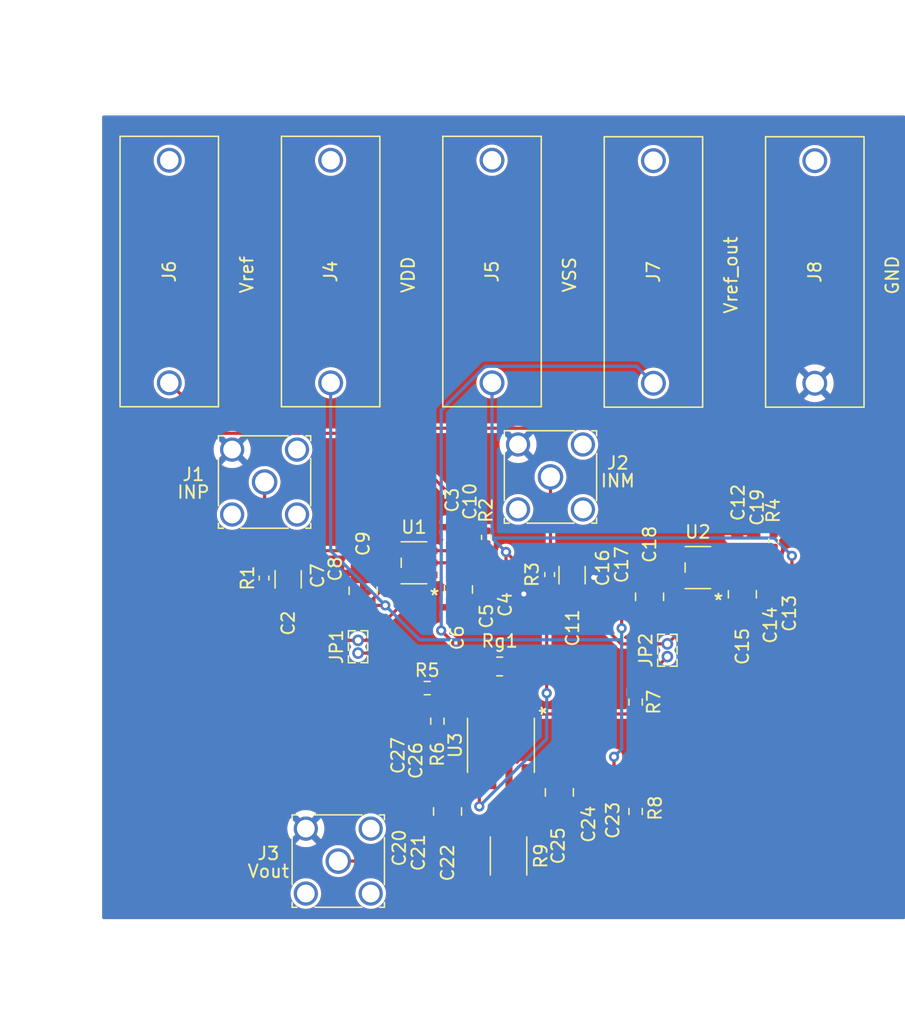
<source format=kicad_pcb>
(kicad_pcb (version 20211014) (generator pcbnew)
  (layers (0 "F.Cu" signal) (31 "B.Cu" signal) (34 "B.Paste" user) (35 "F.Paste" user) (36 "B.SilkS" user "B.Silkscreen") (37 "F.SilkS" user "F.Silkscreen") (38 "B.Mask" user) (39 "F.Mask" user) (44 "Edge.Cuts" user))
  (net 0 "")
  (net 1 "Net-(R8-Pad2)")
  (net 2 "Net-(J3-Pad1)")
  (net 3 "Net-(C2-Pad1)")
  (net 4 "GND")
  (net 8 "Net-(C11-Pad1)")
  (net 15 "Net-(C11-Pad2)")
  (net 16 "VSS")
  (net 17 "Net-(C12-Pad1)")
  (net 18 "VDD")
  (net 19 "Net-(C2-Pad2)")
  (net 20 "Net-(C10-Pad1)")
  (net 21 "Net-(C26-Pad1)")
  (net 22 "Net-(JP1-Pad2)")
  (net 23 "Net-(JP2-Pad2)")
  (net 24 "Net-(R7-Pad2)")
  (net 25 "Net-(Rg1-Pad1)")
  (net 26 "Net-(Rg1-Pad2)")
  (net 29 "Vref")
  (net 31 "Vref_out")
  (footprint "Resistor_SMD:R_0603_1608Metric" (layer "F.Cu") (at 65.5 61.1 -90)
    (fp_text reference "R7" (at 0 -1.43 90) (layer "F.SilkS"))
    (fp_text value "200Ω")
    (fp_line (start -0.237258 -0.5225) (end 0.237258 -0.5225) (layer "F.SilkS") (width 0.12))
    (fp_line (start -0.237258 0.5225) (end 0.237258 0.5225) (layer "F.SilkS") (width 0.12))
    (pad "1" smd roundrect (at -0.825 0 270) (size 0.8 0.95) (layers "F.Cu" "F.Paste" "F.Mask") (net 23 "Net-(JP2-Pad2)"))
    (pad "2" smd roundrect (at 0.825 0 270) (size 0.8 0.95) (layers "F.Cu" "F.Paste" "F.Mask") (net 24 "Net-(R7-Pad2)"))
  )
  (footprint "created_lib:06035C103JAT2A" (layer "F.Cu") (at 73.5 48.5255 90)
    (fp_text reference "C12" (at 3.112998 0.0638 90) (layer "F.SilkS"))
    (fp_text value "10nF" hide)
    (pad "1" smd rect (at -0.7973 0 90) (size 0.858 0.9652) (layers "F.Cu" "F.Paste" "F.Mask") (net 17 "Net-(C12-Pad1)"))
    (pad "2" smd rect (at 0.7973 0 90) (size 0.858 0.9652) (layers "F.Cu" "F.Paste" "F.Mask") (net 4 "GND"))
  )
  (footprint "created_lib:WSC251550R00FEA" (layer "F.Cu") (at 55.5 73.2 -90)
    (fp_text reference "R9" (at 0 -2.54 90) (layer "F.SilkS"))
    (fp_text value "50Ω" hide)
    (fp_line (start 1.495851 -1.4351) (end -1.495851 -1.4351) (layer "F.SilkS") (width 0.12))
    (fp_line (start -1.495851 1.4351) (end 1.495851 1.4351) (layer "F.SilkS") (width 0.12))
    (pad "1" smd rect (at -2.676901 0 270) (size 1.747 2.6162) (layers "F.Cu" "F.Paste" "F.Mask") (net 1 "Net-(R8-Pad2)"))
    (pad "2" smd rect (at 2.676901 0 270) (size 1.747 2.6162) (layers "F.Cu" "F.Paste" "F.Mask") (net 2 "Net-(J3-Pad1)"))
  )
  (footprint "created_lib:CL05C101JB5NNNC" (layer "F.Cu") (at 75.0638 48.512502 90)
    (fp_text reference "C19" (at 2.7255 0 90) (layer "F.SilkS"))
    (fp_text value "100pF" hide)
    (pad "1" smd rect (at -0.55 0 90) (size 0.6 0.5) (layers "F.Cu" "F.Paste" "F.Mask") (net 17 "Net-(C12-Pad1)"))
    (pad "2" smd rect (at 0.55 0 90) (size 0.6 0.5) (layers "F.Cu" "F.Paste" "F.Mask") (net 4 "GND"))
  )
  (footprint "created_lib:CL05C101JB5NNNC" (layer "F.Cu") (at 52.456925 48.1475 90)
    (fp_text reference "C10" (at 2.8255 0 90) (layer "F.SilkS"))
    (fp_text value "100pF" hide)
    (pad "1" smd rect (at -0.55 0 90) (size 0.6 0.5) (layers "F.Cu" "F.Paste" "F.Mask") (net 20 "Net-(C10-Pad1)"))
    (pad "2" smd rect (at 0.55 0 90) (size 0.6 0.5) (layers "F.Cu" "F.Paste" "F.Mask") (net 4 "GND"))
  )
  (footprint "created_lib:BC020-02-A-0200-0300-L-G" (layer "F.Cu") (at 68 56.5255 -90)
    (fp_text reference "JP2" (at 0.5 1.7 90) (layer "F.SilkS"))
    (fp_text value "VOUTM_TO_VINM" hide)
    (fp_line (start 1.208233 0.762) (end 1.7573 0.762) (layer "F.SilkS") (width 0.12))
    (fp_line (start 0.208235 0.762) (end 0.791765 0.762) (layer "F.SilkS") (width 0.12))
    (fp_line (start 0.791765 -0.762) (end 0.208235 -0.762) (layer "F.SilkS") (width 0.12))
    (fp_line (start 1.7573 0.762) (end 1.7573 0.224723) (layer "F.SilkS") (width 0.12))
    (fp_line (start -0.7573 0.224723) (end -0.7573 0.762) (layer "F.SilkS") (width 0.12))
    (fp_line (start -0.7573 -0.762) (end -0.7573 -0.224723) (layer "F.SilkS") (width 0.12))
    (fp_line (start 1.7573 -0.762) (end 1.208233 -0.762) (layer "F.SilkS") (width 0.12))
    (fp_line (start 1.7573 -0.224723) (end 1.7573 -0.762) (layer "F.SilkS") (width 0.12))
    (fp_line (start -0.208233 -0.762) (end -0.7573 -0.762) (layer "F.SilkS") (width 0.12))
    (fp_line (start -0.7573 0.762) (end -0.208233 0.762) (layer "F.SilkS") (width 0.12))
    (pad "1" thru_hole circle (at 0.000001 0 270) (size 0.9144 0.9144) (drill 0.508) (layers *.Cu *.Mask) (net 15 "Net-(C11-Pad2)"))
    (pad "2" thru_hole circle (at 0.999999 0 270) (size 0.9144 0.9144) (drill 0.508) (layers *.Cu *.Mask) (net 23 "Net-(JP2-Pad2)"))
  )
  (footprint "created_lib:BC020-02-A-0200-0300-L-G" (layer "F.Cu") (at 43.656925 56.247499 -90)
    (fp_text reference "JP1" (at 0.500001 1.7 90) (layer "F.SilkS"))
    (fp_text value "VOUTP_TO_VINP" hide)
    (fp_line (start -0.7573 -0.762) (end -0.7573 -0.224723) (layer "F.SilkS") (width 0.12))
    (fp_line (start 1.208233 0.762) (end 1.7573 0.762) (layer "F.SilkS") (width 0.12))
    (fp_line (start 1.7573 0.762) (end 1.7573 0.224723) (layer "F.SilkS") (width 0.12))
    (fp_line (start -0.7573 0.224723) (end -0.7573 0.762) (layer "F.SilkS") (width 0.12))
    (fp_line (start 0.791765 -0.762) (end 0.208235 -0.762) (layer "F.SilkS") (width 0.12))
    (fp_line (start 0.208235 0.762) (end 0.791765 0.762) (layer "F.SilkS") (width 0.12))
    (fp_line (start 1.7573 -0.224723) (end 1.7573 -0.762) (layer "F.SilkS") (width 0.12))
    (fp_line (start -0.7573 0.762) (end -0.208233 0.762) (layer "F.SilkS") (width 0.12))
    (fp_line (start -0.208233 -0.762) (end -0.7573 -0.762) (layer "F.SilkS") (width 0.12))
    (fp_line (start 1.7573 -0.762) (end 1.208233 -0.762) (layer "F.SilkS") (width 0.12))
    (pad "1" thru_hole circle (at 0.000001 0 270) (size 0.9144 0.9144) (drill 0.508) (layers *.Cu *.Mask) (net 19 "Net-(C2-Pad2)"))
    (pad "2" thru_hole circle (at 0.999999 0 270) (size 0.9144 0.9144) (drill 0.508) (layers *.Cu *.Mask) (net 22 "Net-(JP1-Pad2)"))
  )
  (footprint "created_lib:CC1206JRNPO9BN102" (layer "F.Cu") (at 60.5 51.1255 -90)
    (fp_text reference "C11" (at 4.148499 -0.035899 90) (layer "F.SilkS"))
    (fp_text value "1pF" hide)
    (fp_line (start 0.68305 -1.0287) (end -0.68305 -1.0287) (layer "F.SilkS") (width 0.12))
    (fp_line (start -0.68305 1.0287) (end 0.68305 1.0287) (layer "F.SilkS") (width 0.12))
    (pad "1" smd rect (at -1.5466 0 270) (size 1.112 1.8034) (layers "F.Cu" "F.Paste" "F.Mask") (net 8 "Net-(C11-Pad1)"))
    (pad "2" smd rect (at 1.5466 0 270) (size 1.112 1.8034) (layers "F.Cu" "F.Paste" "F.Mask") (net 15 "Net-(C11-Pad2)"))
  )
  (footprint "created_lib:CL05C101JB5NNNC" (layer "F.Cu") (at 63.7 67.399998 -90)
    (fp_text reference "C23" (at 3 0 90) (layer "F.SilkS"))
    (fp_text value "100pF" hide)
    (pad "1" smd rect (at -0.55 0 270) (size 0.6 0.5) (layers "F.Cu" "F.Paste" "F.Mask") (net 18 "VDD"))
    (pad "2" smd rect (at 0.55 0 270) (size 0.6 0.5) (layers "F.Cu" "F.Paste" "F.Mask") (net 4 "GND"))
  )
  (footprint "created_lib:C1206X106J4RACAUTO" (layer "F.Cu") (at 50.7 69.7 -90)
    (fp_text reference "C22" (at 4.04 0 90) (layer "F.SilkS"))
    (fp_text value "10uF" hide)
    (fp_line (start -0.292449 1.101998) (end 0.292449 1.101998) (layer "F.SilkS") (width 0.12))
    (fp_line (start 0.292449 -1.101998) (end -0.292449 -1.101998) (layer "F.SilkS") (width 0.12))
    (pad "1" smd rect (at -1.399998 0 270) (size 1.599998 1.949996) (layers "F.Cu" "F.Paste" "F.Mask") (net 16 "VSS"))
    (pad "2" smd rect (at 1.399998 0 270) (size 1.599998 1.949996) (layers "F.Cu" "F.Paste" "F.Mask") (net 4 "GND"))
  )
  (footprint "created_lib:06035C103JAT2A" (layer "F.Cu") (at 64.4 53.3 90)
    (fp_text reference "C17" (at 3 0 90) (layer "F.SilkS"))
    (fp_text value "10nF" hide)
    (pad "1" smd rect (at -0.7973 0 90) (size 0.858 0.9652) (layers "F.Cu" "F.Paste" "F.Mask") (net 18 "VDD"))
    (pad "2" smd rect (at 0.7973 0 90) (size 0.858 0.9652) (layers "F.Cu" "F.Paste" "F.Mask") (net 4 "GND"))
  )
  (footprint "Resistor_SMD:R_0402_1005Metric" (layer "F.Cu") (at 36.256925 51.3475 -90)
    (fp_text reference "R1" (at 0 1.3 90) (layer "F.SilkS"))
    (fp_text value "3kΩ")
    (fp_line (start -0.153641 0.38) (end 0.153641 0.38) (layer "F.SilkS") (width 0.12))
    (fp_line (start -0.153641 -0.38) (end 0.153641 -0.38) (layer "F.SilkS") (width 0.12))
    (pad "1" smd roundrect (at -0.51 0 270) (size 0.54 0.64) (layers "F.Cu" "F.Paste" "F.Mask") (net 3 "Net-(C2-Pad1)"))
    (pad "2" smd roundrect (at 0.51 0 270) (size 0.54 0.64) (layers "F.Cu" "F.Paste" "F.Mask") (net 19 "Net-(C2-Pad2)"))
  )
  (footprint "created_lib:C1206X106J4RACAUTO" (layer "F.Cu") (at 59.5 68.199998 -90)
    (fp_text reference "C25" (at 4.2 0.1 90) (layer "F.SilkS"))
    (fp_text value "10uF" hide)
    (fp_line (start 0.292449 -1.101998) (end -0.292449 -1.101998) (layer "F.SilkS") (width 0.12))
    (fp_line (start -0.292449 1.101998) (end 0.292449 1.101998) (layer "F.SilkS") (width 0.12))
    (pad "1" smd rect (at -1.399998 0 270) (size 1.599998 1.949996) (layers "F.Cu" "F.Paste" "F.Mask") (net 18 "VDD"))
    (pad "2" smd rect (at 1.399998 0 270) (size 1.599998 1.949996) (layers "F.Cu" "F.Paste" "F.Mask") (net 4 "GND"))
  )
  (footprint "Resistor_SMD:R_0402_1005Metric" (layer "F.Cu") (at 53.756925 48.1475 -90)
    (fp_text reference "R2" (at -2.1255 0.0362 90) (layer "F.SilkS"))
    (fp_text value "3kΩ")
    (fp_line (start -0.153641 -0.38) (end 0.153641 -0.38) (layer "F.SilkS") (width 0.12))
    (fp_line (start -0.153641 0.38) (end 0.153641 0.38) (layer "F.SilkS") (width 0.12))
    (pad "1" smd roundrect (at -0.51 0 270) (size 0.54 0.64) (layers "F.Cu" "F.Paste" "F.Mask") (net 29 "Vref"))
    (pad "2" smd roundrect (at 0.51 0 270) (size 0.54 0.64) (layers "F.Cu" "F.Paste" "F.Mask") (net 20 "Net-(C10-Pad1)"))
  )
  (footprint "Resistor_SMD:R_0603_1608Metric" (layer "F.Cu") (at 49.9 62.6 90)
    (fp_text reference "R6" (at -2.6 0 90) (layer "F.SilkS"))
    (fp_text value "402Ω")
    (fp_line (start -0.237258 0.5225) (end 0.237258 0.5225) (layer "F.SilkS") (width 0.12))
    (fp_line (start -0.237258 -0.5225) (end 0.237258 -0.5225) (layer "F.SilkS") (width 0.12))
    (pad "1" smd roundrect (at -0.825 0 90) (size 0.8 0.95) (layers "F.Cu" "F.Paste" "F.Mask") (net 31 "Vref_out"))
    (pad "2" smd roundrect (at 0.825 0 90) (size 0.8 0.95) (layers "F.Cu" "F.Paste" "F.Mask") (net 21 "Net-(C26-Pad1)"))
  )
  (footprint "created_lib:CL05C101JB5NNNC" (layer "F.Cu") (at 55.256925 51.1475 -90)
    (fp_text reference "C4" (at 2.280301 0.020301 90) (layer "F.SilkS"))
    (fp_text value "100pF" hide)
    (pad "1" smd rect (at -0.55 0 270) (size 0.6 0.5) (layers "F.Cu" "F.Paste" "F.Mask") (net 16 "VSS"))
    (pad "2" smd rect (at 0.55 0 270) (size 0.6 0.5) (layers "F.Cu" "F.Paste" "F.Mask") (net 4 "GND"))
  )
  (footprint "Resistor_SMD:R_0402_1005Metric" (layer "F.Cu") (at 58.735899 51.073999 -90)
    (fp_text reference "R3" (at 0 1.384101 90) (layer "F.SilkS"))
    (fp_text value "3kΩ")
    (fp_line (start -0.153641 0.38) (end 0.153641 0.38) (layer "F.SilkS") (width 0.12))
    (fp_line (start -0.153641 -0.38) (end 0.153641 -0.38) (layer "F.SilkS") (width 0.12))
    (pad "1" smd roundrect (at -0.51 0 270) (size 0.54 0.64) (layers "F.Cu" "F.Paste" "F.Mask") (net 8 "Net-(C11-Pad1)"))
    (pad "2" smd roundrect (at 0.51 0 270) (size 0.54 0.64) (layers "F.Cu" "F.Paste" "F.Mask") (net 15 "Net-(C11-Pad2)"))
  )
  (footprint "created_lib:CL05C101JB5NNNC" (layer "F.Cu") (at 46.9 69.74 -90)
    (fp_text reference "C20" (at 2.8255 0 90) (layer "F.SilkS"))
    (fp_text value "100pF" hide)
    (pad "1" smd rect (at -0.55 0 270) (size 0.6 0.5) (layers "F.Cu" "F.Paste" "F.Mask") (net 16 "VSS"))
    (pad "2" smd rect (at 0.55 0 270) (size 0.6 0.5) (layers "F.Cu" "F.Paste" "F.Mask") (net 4 "GND"))
  )
  (footprint "Resistor_SMD:R_0805_2012Metric_Pad1.20x1.40mm_HandSolder" (layer "F.Cu") (at 54.8 58.3 180)
    (fp_text reference "Rg1" (at 0 2) (layer "F.SilkS"))
    (fp_text value "Inf")
    (fp_line (start -0.227064 0.735) (end 0.227064 0.735) (layer "F.SilkS") (width 0.12))
    (fp_line (start -0.227064 -0.735) (end 0.227064 -0.735) (layer "F.SilkS") (width 0.12))
    (pad "1" smd roundrect (at -1 0 180) (size 1.2 1.4) (layers "F.Cu" "F.Paste" "F.Mask") (roundrect_rratio 0.208333) (net 25 "Net-(Rg1-Pad1)"))
    (pad "2" smd roundrect (at 1 0 180) (size 1.2 1.4) (layers "F.Cu" "F.Paste" "F.Mask") (roundrect_rratio 0.208333) (net 26 "Net-(Rg1-Pad2)"))
  )
  (footprint "created_lib:973582101" (layer "F.Cu") (at 41.5 18.5)
    (fp_text reference "J4" (at 0 8.75 90) (layer "F.SilkS"))
    (fp_text value "VDD" (at 6.1 9 90) (layer "F.SilkS"))
    (fp_line (start 3.8735 19.3799) (end 3.8735 -1.8799) (layer "F.SilkS") (width 0.12))
    (fp_line (start -3.8735 -1.8799) (end -3.8735 19.3799) (layer "F.SilkS") (width 0.12))
    (fp_line (start -3.8735 19.3799) (end 3.8735 19.3799) (layer "F.SilkS") (width 0.12))
    (fp_line (start 3.8735 -1.8799) (end -3.8735 -1.8799) (layer "F.SilkS") (width 0.12))
    (pad "1" thru_hole circle (at 0 17.5) (size 1.9558 1.9558) (drill 1.4478) (layers *.Cu *.Mask) (net 18 "VDD"))
    (pad "2" thru_hole circle (at 0 0) (size 1.9558 1.9558) (drill 1.4478) (layers *.Cu *.Mask))
  )
  (footprint "created_lib:06035C103JAT2A" (layer "F.Cu") (at 61.8 67.599998 -90)
    (fp_text reference "C24" (at 3.1 0 90) (layer "F.SilkS"))
    (fp_text value "10nF" hide)
    (pad "1" smd rect (at -0.7973 0 270) (size 0.858 0.9652) (layers "F.Cu" "F.Paste" "F.Mask") (net 18 "VDD"))
    (pad "2" smd rect (at 0.7973 0 270) (size 0.858 0.9652) (layers "F.Cu" "F.Paste" "F.Mask") (net 4 "GND"))
  )
  (footprint "created_lib:06035C103JAT2A" (layer "F.Cu") (at 48.4 69.7 -90)
    (fp_text reference "C21" (at 3.24 0 90) (layer "F.SilkS"))
    (fp_text value "10nF" hide)
    (pad "1" smd rect (at -0.7973 0 270) (size 0.858 0.9652) (layers "F.Cu" "F.Paste" "F.Mask") (net 16 "VSS"))
    (pad "2" smd rect (at 0.7973 0 270) (size 0.858 0.9652) (layers "F.Cu" "F.Paste" "F.Mask") (net 4 "GND"))
  )
  (footprint "created_lib:CL05C101JB5NNNC" (layer "F.Cu") (at 77.6 51.4255 -90)
    (fp_text reference "C13" (at 2.7 0 90) (layer "F.SilkS"))
    (fp_text value "100pF" hide)
    (pad "1" smd rect (at -0.55 0 270) (size 0.6 0.5) (layers "F.Cu" "F.Paste" "F.Mask") (net 16 "VSS"))
    (pad "2" smd rect (at 0.55 0 270) (size 0.6 0.5) (layers "F.Cu" "F.Paste" "F.Mask") (net 4 "GND"))
  )
  (footprint "created_lib:RF2-04A-T-00-50-G" (layer "F.Cu") (at 36.3 43.8)
    (fp_text reference "J1" (at -5.6 -0.6) (layer "F.SilkS"))
    (fp_text value "INP" (at -5.6 0.8) (layer "F.SilkS"))
    (fp_text user "*" (at 0 0) (layer "F.SilkS"))
    (fp_line (start -3.6322 3.6322) (end -3.250211 3.6322) (layer "F.SilkS") (width 0.12))
    (fp_line (start 3.6322 -3.250211) (end 3.6322 -3.6322) (layer "F.SilkS") (width 0.12))
    (fp_line (start 1.855189 -3.6322) (end -1.855189 -3.6322) (layer "F.SilkS") (width 0.12))
    (fp_line (start -3.6322 3.250211) (end -3.6322 3.6322) (layer "F.SilkS") (width 0.12))
    (fp_line (start 3.6322 1.855189) (end 3.6322 -1.855189) (layer "F.SilkS") (width 0.12))
    (fp_line (start -1.855189 3.6322) (end 1.855189 3.6322) (layer "F.SilkS") (width 0.12))
    (fp_line (start -3.6322 -3.6322) (end -3.6322 -3.250211) (layer "F.SilkS") (width 0.12))
    (fp_line (start 3.250211 3.6322) (end 3.6322 3.6322) (layer "F.SilkS") (width 0.12))
    (fp_line (start 3.6322 -3.6322) (end 3.250211 -3.6322) (layer "F.SilkS") (width 0.12))
    (fp_line (start 3.6322 3.6322) (end 3.6322 3.250211) (layer "F.SilkS") (width 0.12))
    (fp_line (start -3.250211 -3.6322) (end -3.6322 -3.6322) (layer "F.SilkS") (width 0.12))
    (fp_line (start -3.6322 -1.855189) (end -3.6322 1.855189) (layer "F.SilkS") (width 0.12))
    (pad "1" thru_hole circle (at 0 0) (size 2.0066 2.0066) (drill 1.4986) (layers *.Cu *.Mask) (net 3 "Net-(C2-Pad1)"))
    (pad "2" thru_hole circle (at -2.5527 -2.5527) (size 1.905 1.905) (drill 1.397) (layers *.Cu *.Mask) (net 4 "GND"))
    (pad "3" thru_hole circle (at -2.5527 2.5527) (size 1.905 1.905) (drill 1.397) (layers *.Cu *.Mask))
    (pad "4" thru_hole circle (at 2.5527 2.5527) (size 1.905 1.905) (drill 1.397) (layers *.Cu *.Mask))
    (pad "5" thru_hole circle (at 2.5527 -2.5527) (size 1.905 1.905) (drill 1.397) (layers *.Cu *.Mask))
  )
  (footprint "created_lib:CL05C101JB5NNNC" (layer "F.Cu") (at 40.456925 53.5475 90)
    (fp_text reference "C7" (at 2.38007 0.010536 90) (layer "F.SilkS"))
    (fp_text value "100pF" hide)
    (pad "1" smd rect (at -0.55 0 90) (size 0.6 0.5) (layers "F.Cu" "F.Paste" "F.Mask") (net 18 "VDD"))
    (pad "2" smd rect (at 0.55 0 90) (size 0.6 0.5) (layers "F.Cu" "F.Paste" "F.Mask") (net 4 "GND"))
  )
  (footprint "created_lib:CL05C101JB5NNNC" (layer "F.Cu") (at 62.9 53.2 90)
    (fp_text reference "C16" (at 2.65 0 90) (layer "F.SilkS"))
    (fp_text value "100pF" hide)
    (pad "1" smd rect (at -0.55 0 90) (size 0.6 0.5) (layers "F.Cu" "F.Paste" "F.Mask") (net 18 "VDD"))
    (pad "2" smd rect (at 0.55 0 90) (size 0.6 0.5) (layers "F.Cu" "F.Paste" "F.Mask") (net 4 "GND"))
  )
  (footprint "created_lib:06035C103JAT2A" (layer "F.Cu") (at 51.056925 48.1475 90)
    (fp_text reference "C3" (at 2.9255 0 90) (layer "F.SilkS"))
    (fp_text value "10nF" hide)
    (pad "1" smd rect (at -0.7973 0 90) (size 0.858 0.9652) (layers "F.Cu" "F.Paste" "F.Mask") (net 20 "Net-(C10-Pad1)"))
    (pad "2" smd rect (at 0.7973 0 90) (size 0.858 0.9652) (layers "F.Cu" "F.Paste" "F.Mask") (net 4 "GND"))
  )
  (footprint "created_lib:06035C103JAT2A" (layer "F.Cu") (at 76.1 51.7255 -90)
    (fp_text reference "C14" (at 3.3255 0 90) (layer "F.SilkS"))
    (fp_text value "10nF" hide)
    (pad "1" smd rect (at -0.7973 0 270) (size 0.858 0.9652) (layers "F.Cu" "F.Paste" "F.Mask") (net 16 "VSS"))
    (pad "2" smd rect (at 0.7973 0 270) (size 0.858 0.9652) (layers "F.Cu" "F.Paste" "F.Mask") (net 4 "GND"))
  )
  (footprint "created_lib:973582101" (layer "F.Cu") (at 79.602 18.533)
    (fp_text reference "J8" (at 0 8.75 90) (layer "F.SilkS"))
    (fp_text value "GND" (at 6.1 9 90) (layer "F.SilkS"))
    (fp_line (start -3.8735 -1.8799) (end -3.8735 19.3799) (layer "F.SilkS") (width 0.12))
    (fp_line (start -3.8735 19.3799) (end 3.8735 19.3799) (layer "F.SilkS") (width 0.12))
    (fp_line (start 3.8735 -1.8799) (end -3.8735 -1.8799) (layer "F.SilkS") (width 0.12))
    (fp_line (start 3.8735 19.3799) (end 3.8735 -1.8799) (layer "F.SilkS") (width 0.12))
    (pad "1" thru_hole circle (at 0 17.5) (size 1.9558 1.9558) (drill 1.4478) (layers *.Cu *.Mask) (net 4 "GND"))
    (pad "2" thru_hole circle (at 0 0) (size 1.9558 1.9558) (drill 1.4478) (layers *.Cu *.Mask))
  )
  (footprint "created_lib:C1206X106J4RACAUTO" (layer "F.Cu") (at 73.9 52.6255 -90)
    (fp_text reference "C15" (at 4.1 0 90) (layer "F.SilkS"))
    (fp_text value "10uF" hide)
    (fp_line (start 0.292449 -1.101998) (end -0.292449 -1.101998) (layer "F.SilkS") (width 0.12))
    (fp_line (start -0.292449 1.101998) (end 0.292449 1.101998) (layer "F.SilkS") (width 0.12))
    (pad "1" smd rect (at -1.399998 0 270) (size 1.599998 1.949996) (layers "F.Cu" "F.Paste" "F.Mask") (net 16 "VSS"))
    (pad "2" smd rect (at 1.399998 0 270) (size 1.599998 1.949996) (layers "F.Cu" "F.Paste" "F.Mask") (net 4 "GND"))
  )
  (footprint "Resistor_SMD:R_0603_1608Metric" (layer "F.Cu") (at 49.1 60)
    (fp_text reference "R5" (at 0 -1.4) (layer "F.SilkS"))
    (fp_text value "200Ω")
    (fp_line (start -0.237258 0.5225) (end 0.237258 0.5225) (layer "F.SilkS") (width 0.12))
    (fp_line (start -0.237258 -0.5225) (end 0.237258 -0.5225) (layer "F.SilkS") (width 0.12))
    (pad "1" smd roundrect (at -0.825 0) (size 0.8 0.95) (layers "F.Cu" "F.Paste" "F.Mask") (net 22 "Net-(JP1-Pad2)"))
    (pad "2" smd roundrect (at 0.825 0) (size 0.8 0.95) (layers "F.Cu" "F.Paste" "F.Mask") (net 21 "Net-(C26-Pad1)"))
  )
  (footprint "Resistor_SMD:R_0603_1608Metric" (layer "F.Cu") (at 65.5 69.7 -90)
    (fp_text reference "R8" (at -0.26 -1.54 90) (layer "F.SilkS"))
    (fp_text value "402Ω")
    (fp_line (start -0.237258 -0.5225) (end 0.237258 -0.5225) (layer "F.SilkS") (width 0.12))
    (fp_line (start -0.237258 0.5225) (end 0.237258 0.5225) (layer "F.SilkS") (width 0.12))
    (pad "1" smd roundrect (at -0.825 0 270) (size 0.8 0.95) (layers "F.Cu" "F.Paste" "F.Mask") (net 24 "Net-(R7-Pad2)"))
    (pad "2" smd roundrect (at 0.825 0 270) (size 0.8 0.95) (layers "F.Cu" "F.Paste" "F.Mask") (net 1 "Net-(R8-Pad2)"))
  )
  (footprint "Resistor_SMD:R_0402_1005Metric" (layer "F.Cu") (at 76.3638 48.412502 -90)
    (fp_text reference "R4" (at -2.365 0.0362 90) (layer "F.SilkS"))
    (fp_text value "3kΩ")
    (fp_line (start -0.153641 -0.38) (end 0.153641 -0.38) (layer "F.SilkS") (width 0.12))
    (fp_line (start -0.153641 0.38) (end 0.153641 0.38) (layer "F.SilkS") (width 0.12))
    (pad "1" smd roundrect (at -0.51 0 270) (size 0.54 0.64) (layers "F.Cu" "F.Paste" "F.Mask") (net 29 "Vref"))
    (pad "2" smd roundrect (at 0.51 0 270) (size 0.54 0.64) (layers "F.Cu" "F.Paste" "F.Mask") (net 17 "Net-(C12-Pad1)"))
  )
  (footprint "created_lib:CL05C101JB5NNNC" (layer "F.Cu") (at 46.8 62.6 -90)
    (fp_text reference "C27" (at 2.7 0 90) (layer "F.SilkS"))
    (fp_text value "100pF" hide)
    (pad "1" smd rect (at -0.55 0 270) (size 0.6 0.5) (layers "F.Cu" "F.Paste" "F.Mask") (net 21 "Net-(C26-Pad1)"))
    (pad "2" smd rect (at 0.55 0 270) (size 0.6 0.5) (layers "F.Cu" "F.Paste" "F.Mask") (net 4 "GND"))
  )
  (footprint "created_lib:C1206X106J4RACAUTO" (layer "F.Cu") (at 44.056925 52.347502 90)
    (fp_text reference "C9" (at 3.700002 -0.009464 90) (layer "F.SilkS"))
    (fp_text value "10uF" hide)
    (fp_line (start 0.292449 -1.101998) (end -0.292449 -1.101998) (layer "F.SilkS") (width 0.12))
    (fp_line (start -0.292449 1.101998) (end 0.292449 1.101998) (layer "F.SilkS") (width 0.12))
    (pad "1" smd rect (at -1.399998 0 90) (size 1.599998 1.949996) (layers "F.Cu" "F.Paste" "F.Mask") (net 18 "VDD"))
    (pad "2" smd rect (at 1.399998 0 90) (size 1.599998 1.949996) (layers "F.Cu" "F.Paste" "F.Mask") (net 4 "GND"))
  )
  (footprint "created_lib:CC1206JRNPO9BN102" (layer "F.Cu") (at 38.156925 51.4475 -90)
    (fp_text reference "C2" (at 3.4466 0 90) (layer "F.SilkS"))
    (fp_text value "1pF" hide)
    (fp_line (start -0.68305 1.0287) (end 0.68305 1.0287) (layer "F.SilkS") (width 0.12))
    (fp_line (start 0.68305 -1.0287) (end -0.68305 -1.0287) (layer "F.SilkS") (width 0.12))
    (pad "1" smd rect (at -1.5466 0 270) (size 1.112 1.8034) (layers "F.Cu" "F.Paste" "F.Mask") (net 3 "Net-(C2-Pad1)"))
    (pad "2" smd rect (at 1.5466 0 270) (size 1.112 1.8034) (layers "F.Cu" "F.Paste" "F.Mask") (net 19 "Net-(C2-Pad2)"))
  )
  (footprint "created_lib:973582101" (layer "F.Cu") (at 54.2 18.5)
    (fp_text reference "J5" (at 0 8.75 90) (layer "F.SilkS"))
    (fp_text value "VSS" (at 6.1 9 90) (layer "F.SilkS"))
    (fp_line (start 3.8735 -1.8799) (end -3.8735 -1.8799) (layer "F.SilkS") (width 0.12))
    (fp_line (start 3.8735 19.3799) (end 3.8735 -1.8799) (layer "F.SilkS") (width 0.12))
    (fp_line (start -3.8735 -1.8799) (end -3.8735 19.3799) (layer "F.SilkS") (width 0.12))
    (fp_line (start -3.8735 19.3799) (end 3.8735 19.3799) (layer "F.SilkS") (width 0.12))
    (pad "1" thru_hole circle (at 0 17.5) (size 1.9558 1.9558) (drill 1.4478) (layers *.Cu *.Mask) (net 16 "VSS"))
    (pad "2" thru_hole circle (at 0 0) (size 1.9558 1.9558) (drill 1.4478) (layers *.Cu *.Mask))
  )
  (footprint "created_lib:OPA846IDBVT" (layer "F.Cu") (at 70.4 50.5255 180)
    (fp_text reference "U2" (at 0 2.8) (layer "F.SilkS"))
    (fp_text value "OPA846xDBV" hide)
    (fp_text user "*" (at -1.61645 -2.601) (layer "F.SilkS"))
    (fp_text user "*" (at -1.61645 -2.601) (layer "F.SilkS"))
    (fp_line (start 1.0033 0.363261) (end 1.0033 -0.363261) (layer "F.SilkS") (width 0.12))
    (fp_line (start -1.0033 1.651) (end 1.0033 1.651) (layer "F.SilkS") (width 0.12))
    (fp_line (start 1.0033 -1.651) (end -1.0033 -1.651) (layer "F.SilkS") (width 0.12))
    (pad "1" smd rect (at -1.362451 -0.950001 180) (size 0.972299 0.508) (layers "F.Cu" "F.Paste" "F.Mask") (net 15 "Net-(C11-Pad2)"))
    (pad "2" smd rect (at -1.362451 0 180) (size 0.972299 0.508) (layers "F.Cu" "F.Paste" "F.Mask") (net 16 "VSS"))
    (pad "3" smd rect (at -1.362451 0.950001 180) (size 0.972299 0.508) (layers "F.Cu" "F.Paste" "F.Mask") (net 17 "Net-(C12-Pad1)"))
    (pad "4" smd rect (at 1.362451 0.950001 180) (size 0.972299 0.508) (layers "F.Cu" "F.Paste" "F.Mask") (net 8 "Net-(C11-Pad1)"))
    (pad "5" smd rect (at 1.362451 -0.950001 180) (size 0.972299 0.508) (layers "F.Cu" "F.Paste" "F.Mask") (net 18 "VDD"))
  )
  (footprint "created_lib:C1206X106J4RACAUTO" (layer "F.Cu") (at 51.556925 52.2475 -90)
    (fp_text reference "C6" (at 3.8 0.1 90) (layer "F.SilkS"))
    (fp_text value "10uF" hide)
    (fp_line (start 0.292449 -1.101998) (end -0.292449 -1.101998) (layer "F.SilkS") (width 0.12))
    (fp_line (start -0.292449 1.101998) (end 0.292449 1.101998) (layer "F.SilkS") (width 0.12))
    (pad "1" smd rect (at -1.399998 0 270) (size 1.599998 1.949996) (layers "F.Cu" "F.Paste" "F.Mask") (net 16 "VSS"))
    (pad "2" smd rect (at 1.399998 0 270) (size 1.599998 1.949996) (layers "F.Cu" "F.Paste" "F.Mask") (net 4 "GND"))
  )
  (footprint "created_lib:06035C103JAT2A" (layer "F.Cu") (at 41.866653 53.347502 90)
    (fp_text reference "C8" (at 2.709496 -0.009728 90) (layer "F.SilkS"))
    (fp_text value "10nF" hide)
    (pad "1" smd rect (at -0.7973 0 90) (size 0.858 0.9652) (layers "F.Cu" "F.Paste" "F.Mask") (net 18 "VDD"))
    (pad "2" smd rect (at 0.7973 0 90) (size 0.858 0.9652) (layers "F.Cu" "F.Paste" "F.Mask") (net 4 "GND"))
  )
  (footprint "created_lib:06035C103JAT2A" (layer "F.Cu") (at 48.2 62.6 -90)
    (fp_text reference "C26" (at 3.1 0 90) (layer "F.SilkS"))
    (fp_text value "10nF" hide)
    (pad "1" smd rect (at -0.7973 0 270) (size 0.858 0.9652) (layers "F.Cu" "F.Paste" "F.Mask") (net 21 "Net-(C26-Pad1)"))
    (pad "2" smd rect (at 0.7973 0 270) (size 0.858 0.9652) (layers "F.Cu" "F.Paste" "F.Mask") (net 4 "GND"))
  )
  (footprint "created_lib:OPA846IDBVT" (layer "F.Cu") (at 48.056925 50.1475 180)
    (fp_text reference "U1" (at 0 2.8) (layer "F.SilkS"))
    (fp_text value "OPA846xDBV" hide)
    (fp_text user "*" (at -1.61645 -2.601) (layer "F.SilkS"))
    (fp_text user "*" (at -1.61645 -2.601) (layer "F.SilkS"))
    (fp_line (start -1.0033 1.651) (end 1.0033 1.651) (layer "F.SilkS") (width 0.12))
    (fp_line (start 1.0033 -1.651) (end -1.0033 -1.651) (layer "F.SilkS") (width 0.12))
    (fp_line (start 1.0033 0.363261) (end 1.0033 -0.363261) (layer "F.SilkS") (width 0.12))
    (pad "1" smd rect (at -1.362451 -0.950001 180) (size 0.972299 0.508) (layers "F.Cu" "F.Paste" "F.Mask") (net 19 "Net-(C2-Pad2)"))
    (pad "2" smd rect (at -1.362451 0 180) (size 0.972299 0.508) (layers "F.Cu" "F.Paste" "F.Mask") (net 16 "VSS"))
    (pad "3" smd rect (at -1.362451 0.950001 180) (size 0.972299 0.508) (layers "F.Cu" "F.Paste" "F.Mask") (net 20 "Net-(C10-Pad1)"))
    (pad "4" smd rect (at 1.362451 0.950001 180) (size 0.972299 0.508) (layers "F.Cu" "F.Paste" "F.Mask") (net 3 "Net-(C2-Pad1)"))
    (pad "5" smd rect (at 1.362451 -0.950001 180) (size 0.972299 0.508) (layers "F.Cu" "F.Paste" "F.Mask") (net 18 "VDD"))
  )
  (footprint "created_lib:AD8429ARZ-R7" (layer "F.Cu") (at 54.9 64.5 -90)
    (fp_text reference "U3" (at 0 3.6 90) (layer "F.SilkS"))
    (fp_text value "AD8429ARZ" hide)
    (fp_text user "*" (at -2.7178 -3.606 90) (layer "F.SilkS"))
    (fp_text user "*" (at -2.7178 -3.606 90) (layer "F.SilkS"))
    (fp_line (start -2.1209 2.6289) (end 2.1209 2.6289) (layer "F.SilkS") (width 0.12))
    (fp_line (start 2.1209 -2.6289) (end -2.1209 -2.6289) (layer "F.SilkS") (width 0.12))
    (pad "1" smd rect (at -2.4638 -1.905 270) (size 1.969999 0.558) (layers "F.Cu" "F.Paste" "F.Mask") (net 24 "Net-(R7-Pad2)"))
    (pad "2" smd rect (at -2.4638 -0.635 270) (size 1.969999 0.558) (layers "F.Cu" "F.Paste" "F.Mask") (net 25 "Net-(Rg1-Pad1)"))
    (pad "3" smd rect (at -2.4638 0.635 270) (size 1.969999 0.558) (layers "F.Cu" "F.Paste" "F.Mask") (net 26 "Net-(Rg1-Pad2)"))
    (pad "4" smd rect (at -2.4638 1.905 270) (size 1.969999 0.558) (layers "F.Cu" "F.Paste" "F.Mask") (net 21 "Net-(C26-Pad1)"))
    (pad "5" smd rect (at 2.4638 1.905 270) (size 1.969999 0.558) (layers "F.Cu" "F.Paste" "F.Mask") (net 16 "VSS"))
    (pad "6" smd rect (at 2.4638 0.635 270) (size 1.969999 0.558) (layers "F.Cu" "F.Paste" "F.Mask") (net 16 "VSS"))
    (pad "7" smd rect (at 2.4638 -0.635 270) (size 1.969999 0.558) (layers "F.Cu" "F.Paste" "F.Mask") (net 1 "Net-(R8-Pad2)"))
    (pad "8" smd rect (at 2.4638 -1.905 270) (size 1.969999 0.558) (layers "F.Cu" "F.Paste" "F.Mask") (net 18 "VDD"))
  )
  (footprint "created_lib:RF2-04A-T-00-50-G" (layer "F.Cu") (at 58.8 43.4)
    (fp_text reference "J2" (at 5.3 -1.1) (layer "F.SilkS"))
    (fp_text value "INM" (at 5.3 0.3) (layer "F.SilkS"))
    (fp_text user "*" (at 0 0) (layer "F.SilkS"))
    (fp_line (start 3.6322 -3.250211) (end 3.6322 -3.6322) (layer "F.SilkS") (width 0.12))
    (fp_line (start -1.855189 3.6322) (end 1.855189 3.6322) (layer "F.SilkS") (width 0.12))
    (fp_line (start -3.6322 -1.855189) (end -3.6322 1.855189) (layer "F.SilkS") (width 0.12))
    (fp_line (start 3.6322 -3.6322) (end 3.250211 -3.6322) (layer "F.SilkS") (width 0.12))
    (fp_line (start 3.250211 3.6322) (end 3.6322 3.6322) (layer "F.SilkS") (width 0.12))
    (fp_line (start 3.6322 1.855189) (end 3.6322 -1.855189) (layer "F.SilkS") (width 0.12))
    (fp_line (start -3.6322 -3.6322) (end -3.6322 -3.250211) (layer "F.SilkS") (width 0.12))
    (fp_line (start -3.250211 -3.6322) (end -3.6322 -3.6322) (layer "F.SilkS") (width 0.12))
    (fp_line (start 3.6322 3.6322) (end 3.6322 3.250211) (layer "F.SilkS") (width 0.12))
    (fp_line (start 1.855189 -3.6322) (end -1.855189 -3.6322) (layer "F.SilkS") (width 0.12))
    (fp_line (start -3.6322 3.250211) (end -3.6322 3.6322) (layer "F.SilkS") (width 0.12))
    (fp_line (start -3.6322 3.6322) (end -3.250211 3.6322) (layer "F.SilkS") (width 0.12))
    (pad "1" thru_hole circle (at 0 0) (size 2.0066 2.0066) (drill 1.4986) (layers *.Cu *.Mask) (net 8 "Net-(C11-Pad1)"))
    (pad "2" thru_hole circle (at -2.5527 -2.5527) (size 1.905 1.905) (drill 1.397) (layers *.Cu *.Mask) (net 4 "GND"))
    (pad "3" thru_hole circle (at -2.5527 2.5527) (size 1.905 1.905) (drill 1.397) (layers *.Cu *.Mask))
    (pad "4" thru_hole circle (at 2.5527 2.5527) (size 1.905 1.905) (drill 1.397) (layers *.Cu *.Mask))
    (pad "5" thru_hole circle (at 2.5527 -2.5527) (size 1.905 1.905) (drill 1.397) (layers *.Cu *.Mask))
  )
  (footprint "created_lib:C1206X106J4RACAUTO" (layer "F.Cu") (at 66.6 52.8255 90)
    (fp_text reference "C18" (at 4.1255 0 90) (layer "F.SilkS"))
    (fp_text value "10uF" hide)
    (fp_line (start -0.292449 1.101998) (end 0.292449 1.101998) (layer "F.SilkS") (width 0.12))
    (fp_line (start 0.292449 -1.101998) (end -0.292449 -1.101998) (layer "F.SilkS") (width 0.12))
    (pad "1" smd rect (at -1.399998 0 90) (size 1.599998 1.949996) (layers "F.Cu" "F.Paste" "F.Mask") (net 18 "VDD"))
    (pad "2" smd rect (at 1.399998 0 90) (size 1.599998 1.949996) (layers "F.Cu" "F.Paste" "F.Mask") (net 4 "GND"))
  )
  (footprint "created_lib:RF2-04A-T-00-50-G" (layer "F.Cu") (at 42.1 73.6)
    (fp_text reference "J3" (at -5.5 -0.6) (layer "F.SilkS"))
    (fp_text value "Vout" (at -5.5 0.8) (layer "F.SilkS"))
    (fp_text user "*" (at 0 0) (layer "F.SilkS"))
    (fp_line (start -3.6322 -3.6322) (end -3.6322 -3.250211) (layer "F.SilkS") (width 0.12))
    (fp_line (start 3.6322 -3.6322) (end 3.250211 -3.6322) (layer "F.SilkS") (width 0.12))
    (fp_line (start -1.855189 3.6322) (end 1.855189 3.6322) (layer "F.SilkS") (width 0.12))
    (fp_line (start -3.6322 -1.855189) (end -3.6322 1.855189) (layer "F.SilkS") (width 0.12))
    (fp_line (start 3.250211 3.6322) (end 3.6322 3.6322) (layer "F.SilkS") (width 0.12))
    (fp_line (start -3.6322 3.6322) (end -3.250211 3.6322) (layer "F.SilkS") (width 0.12))
    (fp_line (start 3.6322 3.6322) (end 3.6322 3.250211) (layer "F.SilkS") (width 0.12))
    (fp_line (start -3.6322 3.250211) (end -3.6322 3.6322) (layer "F.SilkS") (width 0.12))
    (fp_line (start -3.250211 -3.6322) (end -3.6322 -3.6322) (layer "F.SilkS") (width 0.12))
    (fp_line (start 1.855189 -3.6322) (end -1.855189 -3.6322) (layer "F.SilkS") (width 0.12))
    (fp_line (start 3.6322 1.855189) (end 3.6322 -1.855189) (layer "F.SilkS") (width 0.12))
    (fp_line (start 3.6322 -3.250211) (end 3.6322 -3.6322) (layer "F.SilkS") (width 0.12))
    (pad "1" thru_hole circle (at 0 0) (size 2.0066 2.0066) (drill 1.4986) (layers *.Cu *.Mask) (net 2 "Net-(J3-Pad1)"))
    (pad "2" thru_hole circle (at -2.5527 -2.5527) (size 1.905 1.905) (drill 1.397) (layers *.Cu *.Mask) (net 4 "GND"))
    (pad "3" thru_hole circle (at -2.5527 2.5527) (size 1.905 1.905) (drill 1.397) (layers *.Cu *.Mask))
    (pad "4" thru_hole circle (at 2.5527 2.5527) (size 1.905 1.905) (drill 1.397) (layers *.Cu *.Mask))
    (pad "5" thru_hole circle (at 2.5527 -2.5527) (size 1.905 1.905) (drill 1.397) (layers *.Cu *.Mask))
  )
  (footprint "created_lib:973582101" (layer "F.Cu") (at 66.902 18.533)
    (fp_text reference "J7" (at 0 8.75 90) (layer "F.SilkS"))
    (fp_text value "Vref_out" (at 6.1 9 90) (layer "F.SilkS"))
    (fp_line (start 3.8735 -1.8799) (end -3.8735 -1.8799) (layer "F.SilkS") (width 0.12))
    (fp_line (start 3.8735 19.3799) (end 3.8735 -1.8799) (layer "F.SilkS") (width 0.12))
    (fp_line (start -3.8735 19.3799) (end 3.8735 19.3799) (layer "F.SilkS") (width 0.12))
    (fp_line (start -3.8735 -1.8799) (end -3.8735 19.3799) (layer "F.SilkS") (width 0.12))
    (pad "1" thru_hole circle (at 0 17.5) (size 1.9558 1.9558) (drill 1.4478) (layers *.Cu *.Mask) (net 31 "Vref_out"))
    (pad "2" thru_hole circle (at 0 0) (size 1.9558 1.9558) (drill 1.4478) (layers *.Cu *.Mask))
  )
  (footprint "created_lib:06035C103JAT2A" (layer "F.Cu") (at 53.756925 51.3448 -90)
    (fp_text reference "C5" (at 3 0 90) (layer "F.SilkS"))
    (fp_text value "10nF" hide)
    (pad "1" smd rect (at -0.7973 0 270) (size 0.858 0.9652) (layers "F.Cu" "F.Paste" "F.Mask") (net 16 "VSS"))
    (pad "2" smd rect (at 0.7973 0 270) (size 0.858 0.9652) (layers "F.Cu" "F.Paste" "F.Mask") (net 4 "GND"))
  )
  (footprint "created_lib:973582101" (layer "F.Cu") (at 28.8 18.5)
    (fp_text reference "J6" (at 0 8.75 90) (layer "F.SilkS"))
    (fp_text value "Vref" (at 6.1 9 90) (layer "F.SilkS"))
    (fp_line (start 3.8735 19.3799) (end 3.8735 -1.8799) (layer "F.SilkS") (width 0.12))
    (fp_line (start -3.8735 19.3799) (end 3.8735 19.3799) (layer "F.SilkS") (width 0.12))
    (fp_line (start 3.8735 -1.8799) (end -3.8735 -1.8799) (layer "F.SilkS") (width 0.12))
    (fp_line (start -3.8735 -1.8799) (end -3.8735 19.3799) (layer "F.SilkS") (width 0.12))
    (pad "1" thru_hole circle (at 0 17.5) (size 1.9558 1.9558) (drill 1.4478) (layers *.Cu *.Mask) (net 29 "Vref"))
    (pad "2" thru_hole circle (at 0 0) (size 1.9558 1.9558) (drill 1.4478) (layers *.Cu *.Mask))
  )
  (segment (start 55.5 70.523099) (end 55.701896 70.724995) (width 0.25) (layer "F.Cu") (net 1))
  (segment (start 55.5 70.523099) (end 55.5 66.9988) (width 0.25) (layer "F.Cu") (net 1))
  (segment (start 55.701896 70.724995) (end 65.300005 70.724995) (width 0.25) (layer "F.Cu") (net 1))
  (segment (start 55.5 66.9988) (end 55.535 66.9638) (width 0.25) (layer "F.Cu") (net 1))
  (segment (start 65.300005 70.724995) (end 65.5 70.525) (width 0.25) (layer "F.Cu") (net 1))
  (segment (start 42.1 73.6) (end 53.223099 73.6) (width 0.25) (layer "F.Cu") (net 2))
  (segment (start 53.223099 73.6) (end 55.5 75.876901) (width 0.25) (layer "F.Cu") (net 2))
  (segment (start 38.156925 49.9009) (end 38.860326 49.197499) (width 0.25) (layer "F.Cu") (net 3))
  (segment (start 38.860326 49.197499) (end 46.694474 49.197499) (width 0.25) (layer "F.Cu") (net 3))
  (segment (start 36.256925 50.8375) (end 36.256925 50.943075) (width 0.25) (layer "F.Cu") (net 3))
  (segment (start 36.3 50.794425) (end 36.256925 50.8375) (width 0.25) (layer "F.Cu") (net 3))
  (segment (start 36.3 43.8) (end 36.3 50.794425) (width 0.25) (layer "F.Cu") (net 3))
  (segment (start 36.256925 50.8375) (end 37.220325 50.8375) (width 0.25) (layer "F.Cu") (net 3))
  (segment (start 36.256925 50.943075) (end 36.2 51) (width 0.25) (layer "F.Cu") (net 3))
  (segment (start 37.220325 50.8375) (end 38.156925 49.9009) (width 0.25) (layer "F.Cu") (net 3))
  (via (at 62.2 51.3) (size 0.8) (drill 0.4) (layers "F.Cu" "B.Cu") (net 4))
  (via (at 56.7 52.6) (size 0.8) (drill 0.4) (layers "F.Cu" "B.Cu") (net 4))
  (segment (start 59.514901 50.563999) (end 60.5 49.5789) (width 0.25) (layer "F.Cu") (net 8))
  (segment (start 58.8 43.4) (end 58.8 50.499898) (width 0.25) (layer "F.Cu") (net 8))
  (segment (start 69.037549 49.575499) (end 69.324501 49.575499) (width 0.25) (layer "F.Cu") (net 8))
  (segment (start 60.503401 49.575499) (end 60.5 49.5789) (width 0.25) (layer "F.Cu") (net 8))
  (segment (start 58.8 50.499898) (end 58.735899 50.563999) (width 0.25) (layer "F.Cu") (net 8))
  (segment (start 58.735899 50.563999) (end 59.514901 50.563999) (width 0.25) (layer "F.Cu") (net 8))
  (segment (start 69.037549 49.575499) (end 60.503401 49.575499) (width 0.25) (layer "F.Cu") (net 8))
  (segment (start 64.353401 56.525501) (end 60.5 52.6721) (width 0.25) (layer "F.Cu") (net 15))
  (segment (start 71.762451 52.76305) (end 68 56.525501) (width 0.25) (layer "F.Cu") (net 15))
  (segment (start 71.762451 51.475501) (end 71.762451 52.76305) (width 0.25) (layer "F.Cu") (net 15))
  (segment (start 68 56.525501) (end 64.353401 56.525501) (width 0.25) (layer "F.Cu") (net 15))
  (segment (start 59.411899 51.583999) (end 60.5 52.6721) (width 0.25) (layer "F.Cu") (net 15))
  (segment (start 58.735899 51.583999) (end 59.411899 51.583999) (width 0.25) (layer "F.Cu") (net 15))
  (segment (start 58.5 52.5) (end 58.5 60.4) (width 0.25) (layer "F.Cu") (net 16))
  (segment (start 73.9 51.225502) (end 73.199998 50.5255) (width 0.25) (layer "F.Cu") (net 16))
  (segment (start 55.206925 50.5475) (end 55.256925 50.5975) (width 0.25) (layer "F.Cu") (net 16))
  (segment (start 77.8 49.6) (end 77.8 50.6755) (width 0.25) (layer "F.Cu") (net 16))
  (segment (start 52.995 66.9638) (end 52.036202 66.9638) (width 0.25) (layer "F.Cu") (net 16))
  (segment (start 49.419376 50.1475) (end 50.856923 50.1475) (width 0.25) (layer "F.Cu") (net 16))
  (segment (start 55.3 49.3) (end 55.3 50.554425) (width 0.25) (layer "F.Cu") (net 16))
  (segment (start 53.756925 50.5475) (end 55.206925 50.5475) (width 0.25) (layer "F.Cu") (net 16))
  (segment (start 55.3 49.3) (end 58.5 52.5) (width 0.25) (layer "F.Cu") (net 16))
  (segment (start 51.556925 50.847502) (end 53.456923 50.847502) (width 0.25) (layer "F.Cu") (net 16))
  (segment (start 47.1873 68.9027) (end 46.9 69.19) (width 0.25) (layer "F.Cu") (net 16))
  (segment (start 55.3 50.554425) (end 55.256925 50.5975) (width 0.25) (layer "F.Cu") (net 16))
  (segment (start 76.1 50.9282) (end 74.197302 50.9282) (width 0.25) (layer "F.Cu") (net 16))
  (segment (start 53.2 69.3) (end 53.2 67.1688) (width 0.25) (layer "F.Cu") (net 16))
  (segment (start 53.2 67.1688) (end 52.995 66.9638) (width 0.25) (layer "F.Cu") (net 16))
  (segment (start 73.199998 50.5255) (end 71.762451 50.5255) (width 0.25) (layer "F.Cu") (net 16))
  (segment (start 50.7 68.300002) (end 49.002698 68.300002) (width 0.25) (layer "F.Cu") (net 16))
  (segment (start 54.265 66.9638) (end 52.995 66.9638) (width 0.25) (layer "F.Cu") (net 16))
  (segment (start 77.8 50.6755) (end 77.6 50.8755) (width 0.25) (layer "F.Cu") (net 16))
  (segment (start 74.197302 50.9282) (end 73.9 51.225502) (width 0.25) (layer "F.Cu") (net 16))
  (segment (start 50.856923 50.1475) (end 51.556925 50.847502) (width 0.25) (layer "F.Cu") (net 16))
  (segment (start 76.1527 50.8755) (end 76.1 50.9282) (width 0.25) (layer "F.Cu") (net 16))
  (segment (start 49.002698 68.300002) (end 48.4 68.9027) (width 0.25) (layer "F.Cu") (net 16))
  (segment (start 53.456923 50.847502) (end 53.756925 50.5475) (width 0.25) (layer "F.Cu") (net 16))
  (segment (start 52.036202 66.9638) (end 50.7 68.300002) (width 0.25) (layer "F.Cu") (net 16))
  (segment (start 48.4 68.9027) (end 47.1873 68.9027) (width 0.25) (layer "F.Cu") (net 16))
  (segment (start 77.6 50.8755) (end 76.1527 50.8755) (width 0.25) (layer "F.Cu") (net 16))
  (via (at 58.5 60.4) (size 0.8) (drill 0.4) (layers "F.Cu" "B.Cu") (net 16))
  (via (at 55.3 49.3) (size 0.8) (drill 0.4) (layers "F.Cu" "B.Cu") (net 16))
  (via (at 53.2 69.3) (size 0.8) (drill 0.4) (layers "F.Cu" "B.Cu") (net 16))
  (via (at 77.8 49.6) (size 0.8) (drill 0.4) (layers "F.Cu" "B.Cu") (net 16))
  (segment (start 58.5 60.4) (end 58.5 64) (width 0.25) (layer "B.Cu") (net 16))
  (segment (start 58.5 64) (end 53.2 69.3) (width 0.25) (layer "B.Cu") (net 16))
  (segment (start 76.4 48.2) (end 77.8 49.6) (width 0.25) (layer "B.Cu") (net 16))
  (segment (start 54.2 48.2) (end 76.4 48.2) (width 0.25) (layer "B.Cu") (net 16))
  (segment (start 54.2 48.2) (end 55.3 49.3) (width 0.25) (layer "B.Cu") (net 16))
  (segment (start 54.2 36) (end 54.2 48.2) (width 0.25) (layer "B.Cu") (net 16))
  (segment (start 75.0638 49.062502) (end 73.760298 49.062502) (width 0.25) (layer "F.Cu") (net 17))
  (segment (start 75.2038 48.922502) (end 75.0638 49.062502) (width 0.25) (layer "F.Cu") (net 17))
  (segment (start 73.760298 49.062502) (end 73.5 49.3228) (width 0.25) (layer "F.Cu") (net 17))
  (segment (start 73.5 49.3228) (end 72.01515 49.3228) (width 0.25) (layer "F.Cu") (net 17))
  (segment (start 76.3638 48.922502) (end 75.2038 48.922502) (width 0.25) (layer "F.Cu") (net 17))
  (segment (start 72.01515 49.3228) (end 71.762451 49.575499) (width 0.25) (layer "F.Cu") (net 17))
  (segment (start 59.5 66.8) (end 56.9688 66.8) (width 0.25) (layer "F.Cu") (net 18))
  (segment (start 63.7 66.849998) (end 61.8473 66.849998) (width 0.25) (layer "F.Cu") (net 18))
  (segment (start 61.8 66.802698) (end 59.502698 66.802698) (width 0.25) (layer "F.Cu") (net 18))
  (segment (start 66.6 54.225498) (end 66.6 53.91305) (width 0.25) (layer "F.Cu") (net 18))
  (segment (start 46.694474 51.109951) (end 44.056925 53.7475) (width 0.25) (layer "F.Cu") (net 18))
  (segment (start 46.694474 51.097501) (end 46.694474 51.109951) (width 0.25) (layer "F.Cu") (net 18))
  (segment (start 40.504227 54.144802) (end 40.456925 54.0975) (width 0.25) (layer "F.Cu") (net 18))
  (segment (start 63.8 66.749998) (end 63.7 66.849998) (width 0.25) (layer "F.Cu") (net 18))
  (segment (start 66.471802 54.0973) (end 66.6 54.225498) (width 0.25) (layer "F.Cu") (net 18))
  (segment (start 56.9688 66.8) (end 56.805 66.9638) (width 0.25) (layer "F.Cu") (net 18))
  (segment (start 44.056925 53.7475) (end 42.263955 53.7475) (width 0.25) (layer "F.Cu") (net 18))
  (segment (start 63.8 65.4) (end 63.8 66.749998) (width 0.25) (layer "F.Cu") (net 18))
  (segment (start 64.4 54.0973) (end 64.4 55.3) (width 0.25) (layer "F.Cu") (net 18))
  (segment (start 64.0527 53.75) (end 64.4 54.0973) (width 0.25) (layer "F.Cu") (net 18))
  (segment (start 66.6 53.91305) (end 69.037549 51.475501) (width 0.25) (layer "F.Cu") (net 18))
  (segment (start 42.263955 53.7475) (end 41.866653 54.144802) (width 0.25) (layer "F.Cu") (net 18))
  (segment (start 61.8473 66.849998) (end 61.8 66.802698) (width 0.25) (layer "F.Cu") (net 18))
  (segment (start 62.9 53.75) (end 64.0527 53.75) (width 0.25) (layer "F.Cu") (net 18))
  (segment (start 44.304425 53.5) (end 44.056925 53.7475) (width 0.25) (layer "F.Cu") (net 18))
  (segment (start 45.8 53.5) (end 44.304425 53.5) (width 0.25) (layer "F.Cu") (net 18))
  (segment (start 64.4 54.0973) (end 66.471802 54.0973) (width 0.25) (layer "F.Cu") (net 18))
  (segment (start 41.866653 54.144802) (end 40.504227 54.144802) (width 0.25) (layer "F.Cu") (net 18))
  (segment (start 59.502698 66.802698) (end 59.5 66.8) (width 0.25) (layer "F.Cu") (net 18))
  (via (at 63.8 65.4) (size 0.8) (drill 0.4) (layers "F.Cu" "B.Cu") (net 18))
  (via (at 64.4 55.3) (size 0.8) (drill 0.4) (layers "F.Cu" "B.Cu") (net 18))
  (via (at 45.8 53.5) (size 0.8) (drill 0.4) (layers "F.Cu" "B.Cu") (net 18))
  (segment (start 64.4 55.3) (end 64.4 56.2) (width 0.25) (layer "B.Cu") (net 18))
  (segment (start 41.5 49.2) (end 45.15 52.85) (width 0.25) (layer "B.Cu") (net 18))
  (segment (start 45.15 52.85) (end 48.5 56.2) (width 0.25) (layer "B.Cu") (net 18))
  (segment (start 48.5 56.2) (end 64.4 56.2) (width 0.25) (layer "B.Cu") (net 18))
  (segment (start 64.4 56.2) (end 64.4 64.8) (width 0.25) (layer "B.Cu") (net 18))
  (segment (start 64.4 64.8) (end 63.8 65.4) (width 0.25) (layer "B.Cu") (net 18))
  (segment (start 41.5 36) (end 41.5 49.2) (width 0.25) (layer "B.Cu") (net 18))
  (segment (start 45.15 52.85) (end 45.8 53.5) (width 0.25) (layer "B.Cu") (net 18))
  (segment (start 36.256925 51.8575) (end 37.020325 51.8575) (width 0.25) (layer "F.Cu") (net 19))
  (segment (start 37.020325 51.8575) (end 38.156925 52.9941) (width 0.25) (layer "F.Cu") (net 19))
  (segment (start 38.156925 52.9941) (end 41.410325 56.2475) (width 0.25) (layer "F.Cu") (net 19))
  (segment (start 43.656925 56.2475) (end 44.269377 56.2475) (width 0.25) (layer "F.Cu") (net 19))
  (segment (start 41.410325 56.2475) (end 43.656925 56.2475) (width 0.25) (layer "F.Cu") (net 19))
  (segment (start 44.269377 56.2475) (end 49.419376 51.097501) (width 0.25) (layer "F.Cu") (net 19))
  (segment (start 49.419376 49.197499) (end 50.804226 49.197499) (width 0.25) (layer "F.Cu") (net 20))
  (segment (start 50.804226 49.197499) (end 51.056925 48.9448) (width 0.25) (layer "F.Cu") (net 20))
  (segment (start 51.056925 48.9448) (end 52.209625 48.9448) (width 0.25) (layer "F.Cu") (net 20))
  (segment (start 52.209625 48.9448) (end 52.456925 48.6975) (width 0.25) (layer "F.Cu") (net 20))
  (segment (start 52.456925 48.6975) (end 53.716925 48.6975) (width 0.25) (layer "F.Cu") (net 20))
  (segment (start 53.716925 48.6975) (end 53.756925 48.6575) (width 0.25) (layer "F.Cu") (net 20))
  (segment (start 49.1 62.575) (end 49.9 61.775) (width 0.25) (layer "F.Cu") (net 21))
  (segment (start 50.8812 64.15) (end 49.35 64.15) (width 0.25) (layer "F.Cu") (net 21))
  (segment (start 49.8723 61.8027) (end 49.9 61.775) (width 0.25) (layer "F.Cu") (net 21))
  (segment (start 48.2 61.8027) (end 49.8723 61.8027) (width 0.25) (layer "F.Cu") (net 21))
  (segment (start 49.1 63.9) (end 49.1 62.575) (width 0.25) (layer "F.Cu") (net 21))
  (segment (start 49.9 61.775) (end 49.9 60.025) (width 0.25) (layer "F.Cu") (net 21))
  (segment (start 47.9527 62.05) (end 48.2 61.8027) (width 0.25) (layer "F.Cu") (net 21))
  (segment (start 49.9 60.025) (end 49.925 60) (width 0.25) (layer "F.Cu") (net 21))
  (segment (start 49.35 64.15) (end 49.1 63.9) (width 0.25) (layer "F.Cu") (net 21))
  (segment (start 52.995 62.0362) (end 50.8812 64.15) (width 0.25) (layer "F.Cu") (net 21))
  (segment (start 49.9 61.775) (end 50.1612 62.0362) (width 0.25) (layer "F.Cu") (net 21))
  (segment (start 46.8 62.05) (end 47.9527 62.05) (width 0.25) (layer "F.Cu") (net 21))
  (segment (start 45.522498 57.247498) (end 48.275 60) (width 0.25) (layer "F.Cu") (net 22))
  (segment (start 43.656925 57.247498) (end 45.522498 57.247498) (width 0.25) (layer "F.Cu") (net 22))
  (segment (start 65.5 60.025499) (end 68 57.525499) (width 0.25) (layer "F.Cu") (net 23))
  (segment (start 65.5 60.275) (end 65.5 60.025499) (width 0.25) (layer "F.Cu") (net 23))
  (segment (start 65.5 68.875) (end 65.5 61.925) (width 0.25) (layer "F.Cu") (net 24))
  (segment (start 65.5 61.925) (end 65.3888 62.0362) (width 0.25) (layer "F.Cu") (net 24))
  (segment (start 65.3888 62.0362) (end 56.805 62.0362) (width 0.25) (layer "F.Cu") (net 24))
  (segment (start 55.8 58.3) (end 55.535 58.565) (width 0.25) (layer "F.Cu") (net 25))
  (segment (start 55.535 58.565) (end 55.535 62.0362) (width 0.25) (layer "F.Cu") (net 25))
  (segment (start 54.265 58.765) (end 54.265 62.0362) (width 0.25) (layer "F.Cu") (net 26))
  (segment (start 53.8 58.3) (end 54.265 58.765) (width 0.25) (layer "F.Cu") (net 26))
  (segment (start 46.089225 39.9698) (end 46.489225 39.5698) (width 0.25) (layer "F.Cu") (net 29))
  (segment (start 46.089225 39.9698) (end 53.756925 47.6375) (width 0.25) (layer "F.Cu") (net 29))
  (segment (start 46.489225 39.5698) (end 68.031098 39.5698) (width 0.25) (layer "F.Cu") (net 29))
  (segment (start 28.8 36) (end 32.7698 39.9698) (width 0.25) (layer "F.Cu") (net 29))
  (segment (start 32.7698 39.9698) (end 46.089225 39.9698) (width 0.25) (layer "F.Cu") (net 29))
  (segment (start 68.031098 39.5698) (end 76.3638 47.902502) (width 0.25) (layer "F.Cu") (net 29))
  (segment (start 51.1 56.3755) (end 51.1 62.6) (width 0.25) (layer "F.Cu") (net 31))
  (segment (start 50.275 63.425) (end 49.9 63.425) (width 0.25) (layer "F.Cu") (net 31))
  (segment (start 51.1 62.6) (end 50.275 63.425) (width 0.25) (layer "F.Cu") (net 31))
  (segment (start 50.2 55.4755) (end 51.1 56.3755) (width 0.25) (layer "F.Cu") (net 31))
  (via (at 50.2 55.4755) (size 0.8) (drill 0.4) (layers "F.Cu" "B.Cu") (net 31))
  (segment (start 53.660321 34.6971) (end 50.2 38.157421) (width 0.25) (layer "B.Cu") (net 31))
  (segment (start 66.902 36.033) (end 65.5661 34.6971) (width 0.25) (layer "B.Cu") (net 31))
  (segment (start 50.2 38.157421) (end 50.2 55.4755) (width 0.25) (layer "B.Cu") (net 31))
  (segment (start 65.5661 34.6971) (end 53.660321 34.6971) (width 0.25) (layer "B.Cu") (net 31))
  (zone (net 4) (net_name "GND") (layers F&B.Cu) (connect_pads (clearance 0.254)) (min_thickness 0.254) (fill yes (thermal_gap 0.508) (thermal_bridge_width 0.508))
    (polygon (pts (xy 86.72 78.16) (xy 23.52 78.16) (xy 23.52 14.98) (xy 86.72 14.98)))
  )
)
</source>
